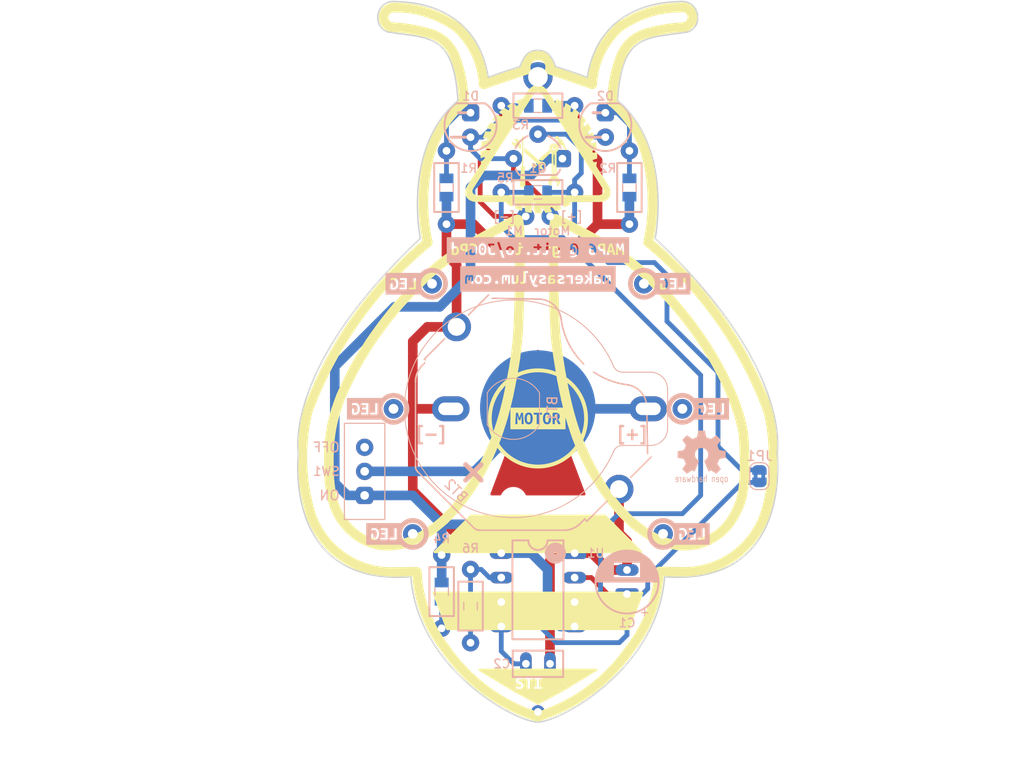
<source format=kicad_pcb>
(kicad_pcb (version 20210126) (generator pcbnew)
  (title_block (title "MAP6") (date "2021-08-18") (rev "1") (company "Maker's Asylum") (comment 1 "Learn to Solder Maker's Asylum Badge"))
  (layers (0 "F.Cu" signal) (31 "B.Cu" signal) (34 "B.Paste" user) (35 "F.Paste" user) (36 "B.SilkS" user "B.Silkscreen") (37 "F.SilkS" user "F.Silkscreen") (38 "B.Mask" user) (39 "F.Mask" user) (44 "Edge.Cuts" user))
  (net 0 "")
  (net 1 "/GND")
  (net 2 "/motor")
  (net 3 "Net-(BT1-Pad1)")
  (net 4 "Net-(C1-Pad1)")
  (net 5 "Net-(C2-Pad1)")
  (net 6 "Net-(D1-Pad1)")
  (net 7 "Net-(JP1-Pad2)")
  (net 8 "/6V")
  (net 9 "Net-(R4-Pad1)")
  (net 10 "Net-(R5-Pad2)")
  (net 11 "/left_eye")
  (net 12 "/right_eye")
  (footprint "map6_fp:MTG_2mm" (layer "F.Cu") (at 148.5 75.5)
    (fp_text reference "G2" hide)
    (fp_text value "Pin" hide)
    (pad "1" thru_hole circle (at 0 0) (size 3.048 3.048) (drill 2.036) (layers *.Cu *.Mask))
  )
  (footprint "map6_fp:motor_XDCR_C0720B001F" (layer "F.Cu") (at 148.5 90 180)
    (fp_text reference "M1" (at 2.5 -1.5 180) (layer "B.SilkS") (effects (font (size 0.9 0.9)) (justify mirror)))
    (fp_text value "Motor" (at -1.5 -1.5 180) (layer "B.SilkS") (effects (font (size 0.9 0.9)) (justify mirror)))
    (fp_text user "[-]" (at 3.5 0) (layer "B.SilkS") (effects (font (size 0.9 0.9)) (justify mirror)))
    (fp_text user "[+]" (at -3.5 0) (layer "B.SilkS") (effects (font (size 0.9 0.9)) (justify mirror)))
    (pad "1" thru_hole circle (at -1.27 0 180) (size 1.8 1.8) (drill 0.8) (layers *.Cu *.Mask) (net 6 "Net-(D1-Pad1)"))
    (pad "2" thru_hole circle (at 1.27 0 180) (size 1.8 1.8) (drill 0.8) (layers *.Cu *.Mask) (net 2 "/motor"))
  )
  (footprint "map6_fp:MA_LOGO" (layer "F.Cu") (at 148.5 83)
    (fp_text reference "G1" hide)
    (fp_text value "Logo_MA" hide)
  )
  (footprint "map6_fp:MTG_0mm8" (layer "F.Cu") (at 148.5 141.5)
    (fp_text reference "G9" hide)
    (fp_text value "STING" hide)
    (pad "1" thru_hole circle (at 0 0) (size 1.4 1.4) (drill 0.8) (layers *.Cu *.Mask))
  )
  (footprint "map6_fp:label_sting" (layer "F.Cu") (at 148.5 138.5)
    (fp_text reference "kibuzzard-611CE09C" hide)
    (fp_text value "G***" hide)
  )
  (footprint "label" (layer "F.Cu") (at 148.5 111)
    (fp_text reference "kibuzzard-612E1065" hide)
    (fp_text value "G***" hide)
  )
  (footprint "map6_fp:r_0805" (layer "B.Cu") (at 158 87 90)
    (fp_text reference "R2" (at 2 -2.25) (layer "B.SilkS") (effects (font (size 0.9 0.9)) (justify mirror)))
    (fp_text value "220E" hide)
    (pad "1" thru_hole circle (at -3.81 0 90) (size 1.8 1.8) (drill 0.8) (layers *.Cu *.Mask) (net 1 "/GND"))
    (pad "1" smd rect (at -0.95 0 90) (size 1 1.45) (layers "B.Cu" "B.Paste" "B.Mask") (net 1 "/GND"))
    (pad "2" thru_hole circle (at 3.81 0 90) (size 1.8 1.8) (drill 0.8) (layers *.Cu *.Mask) (net 12 "/right_eye"))
    (pad "2" smd rect (at 0.95 0 90) (size 1 1.45) (layers "B.Cu" "B.Paste" "B.Mask") (net 12 "/right_eye"))
  )
  (footprint "map6_fp:r_0805" (layer "B.Cu") (at 148.5 78.5 180)
    (fp_text reference "R3" (at 1.8 -2 180) (layer "B.SilkS") (effects (font (size 0.9 0.9)) (justify mirror)))
    (fp_text value "47E" hide)
    (pad "1" smd rect (at -0.95 0 180) (size 1 1.45) (layers "B.Cu" "B.Paste" "B.Mask") (net 1 "/GND"))
    (pad "1" thru_hole circle (at -3.81 0 180) (size 1.8 1.8) (drill 0.8) (layers *.Cu *.Mask) (net 1 "/GND"))
    (pad "2" smd rect (at 0.95 0 180) (size 1 1.45) (layers "B.Cu" "B.Paste" "B.Mask") (net 2 "/motor"))
    (pad "2" thru_hole circle (at 3.81 0 180) (size 1.8 1.8) (drill 0.8) (layers *.Cu *.Mask) (net 2 "/motor"))
  )
  (footprint "map6_fp:Logo_silk_OSHW_6x6mm" (layer "B.Cu") (at 165.5 114.5 180)
    (fp_text reference "G10" hide)
    (fp_text value "OPEN_HARDWARE_1" hide)
  )
  (footprint "map6_fp:CP_Radial_D6.3mm_P2.50mm" (layer "B.Cu") (at 157.75 129.25 90)
    (fp_text reference "C1" (at -3 0) (layer "B.SilkS") (effects (font (size 0.9 0.9)) (justify mirror)))
    (fp_text value "47uF/16V")
    (pad "1" thru_hole roundrect (at 0 0 90) (size 1.2 2.4) (drill 0.8) (layers *.Cu *.Mask) (net 4 "Net-(C1-Pad1)"))
    (pad "2" thru_hole oval (at 2.5 0 90) (size 1.2 2.4) (drill 0.8) (layers *.Cu *.Mask) (net 1 "/GND"))
  )
  (footprint "map6_fp:C_Disc_D5.0mm_W2.5mm_P2.50mm" (layer "B.Cu") (at 147.25 136.5)
    (fp_text reference "C2" (at -2.5 0) (layer "B.SilkS") (effects (font (size 0.9 0.9)) (justify mirror)))
    (fp_text value "10nF")
    (pad "1" thru_hole oval (at 0 0) (size 1.2 2.4) (drill 0.8) (layers *.Cu *.Mask) (net 5 "Net-(C2-Pad1)"))
    (pad "2" thru_hole oval (at 2.5 0) (size 1.2 2.4) (drill 0.8) (layers *.Cu *.Mask) (net 1 "/GND"))
  )
  (footprint "map6_fp:r_0805" (layer "B.Cu") (at 148.5 87.5 180)
    (fp_text reference "R5" (at 3.4 1.5) (layer "B.SilkS") (effects (font (size 0.9 0.9)) (justify mirror)))
    (fp_text value "33k" hide)
    (pad "1" thru_hole circle (at -3.81 0 180) (size 1.8 1.8) (drill 0.8) (layers *.Cu *.Mask) (net 7 "Net-(JP1-Pad2)"))
    (pad "1" smd rect (at -0.95 0 180) (size 1 1.45) (layers "B.Cu" "B.Paste" "B.Mask") (net 7 "Net-(JP1-Pad2)"))
    (pad "2" smd rect (at 0.95 0 180) (size 1 1.45) (layers "B.Cu" "B.Paste" "B.Mask") (net 10 "Net-(R5-Pad2)"))
    (pad "2" thru_hole circle (at 3.81 0 180) (size 1.8 1.8) (drill 0.8) (layers *.Cu *.Mask) (net 10 "Net-(R5-Pad2)"))
  )
  (footprint "map6_fp:DIP-8_W7.62mm" (layer "B.Cu") (at 152.31 125 180)
    (fp_text reference "U1" (at -2.19 0) (layer "B.SilkS") (effects (font (size 0.9 0.9)) (justify mirror)))
    (fp_text value "LM555")
    (pad "1" thru_hole roundrect (at 0 0 180) (size 2.4 1.2) (drill 0.8) (layers *.Cu *.Mask) (net 1 "/GND"))
    (pad "2" thru_hole oval (at 0 -2.54 180) (size 2.4 1.2) (drill 0.8) (layers *.Cu *.Mask) (net 4 "Net-(C1-Pad1)"))
    (pad "3" thru_hole oval (at 0 -5.08 180) (size 2.4 1.2) (drill 0.8) (layers *.Cu *.Mask) (net 10 "Net-(R5-Pad2)"))
    (pad "4" thru_hole oval (at 0 -7.62 180) (size 2.4 1.2) (drill 0.8) (layers *.Cu *.Mask) (net 8 "/6V"))
    (pad "5" thru_hole oval (at 7.62 -7.62 180) (size 2.4 1.2) (drill 0.8) (layers *.Cu *.Mask) (net 5 "Net-(C2-Pad1)"))
    (pad "6" thru_hole oval (at 7.62 -5.08 180) (size 2.4 1.2) (drill 0.8) (layers *.Cu *.Mask) (net 4 "Net-(C1-Pad1)"))
    (pad "7" thru_hole oval (at 7.62 -2.54 180) (size 2.4 1.2) (drill 0.8) (layers *.Cu *.Mask) (net 9 "Net-(R4-Pad1)"))
    (pad "8" thru_hole oval (at 7.62 0 180) (size 2.4 1.2) (drill 0.8) (layers *.Cu *.Mask) (net 8 "/6V"))
  )
  (footprint "map6_fp:LED-5MM_left" (layer "B.Cu") (at 141.5 80.5 90)
    (fp_text reference "D1" (at 3 0 180) (layer "B.SilkS") (effects (font (size 0.9 0.9)) (justify mirror)))
    (fp_text value "Red" hide)
    (pad "1" thru_hole circle (at -1.27 0 90) (size 1.8 1.8) (drill 0.8) (layers *.Cu *.Mask) (net 6 "Net-(D1-Pad1)"))
    (pad "2" thru_hole roundrect (at 1.27 0 90) (size 1.8 1.8) (drill 0.8) (layers *.Cu *.Mask) (net 11 "/left_eye"))
  )
  (footprint "map6_fp:LED-5MM_right" (layer "B.Cu") (at 155.5 80.5 90)
    (fp_text reference "D2" (at 3 0 180) (layer "B.SilkS") (effects (font (size 0.9 0.9)) (justify mirror)))
    (fp_text value "Red" hide)
    (pad "1" thru_hole circle (at -1.27 0 90) (size 1.8 1.8) (drill 0.8) (layers *.Cu *.Mask) (net 6 "Net-(D1-Pad1)"))
    (pad "2" thru_hole roundrect (at 1.27 0 90) (size 1.8 1.8) (drill 0.8) (layers *.Cu *.Mask) (net 12 "/right_eye"))
  )
  (footprint "map6_fp:TO-92L_Wide" (layer "B.Cu") (at 148.5 84 180)
    (fp_text reference "Q1" (at 0 -1) (layer "B.SilkS") (effects (font (size 0.9 0.9)) (justify mirror)))
    (fp_text value "BC547")
    (pad "1" thru_hole roundrect (at -2.54 0 180) (size 1.8 1.8) (drill 0.8) (layers *.Cu *.Mask) (net 8 "/6V"))
    (pad "2" thru_hole circle (at 0 2.54 180) (size 1.8 1.8) (drill 0.8) (layers *.Cu *.Mask) (net 7 "Net-(JP1-Pad2)"))
    (pad "3" thru_hole circle (at 2.54 0 180) (size 1.8 1.8) (drill 0.8) (layers *.Cu *.Mask) (net 6 "Net-(D1-Pad1)"))
  )
  (footprint "map6_fp:MTG_1mm" (layer "B.Cu") (at 135.5 123)
    (fp_text reference "G3" hide)
    (fp_text value "LEG" hide)
    (pad "1" thru_hole circle (at 0 0) (size 2.036 2.036) (drill 1.018) (layers *.Cu *.Mask))
  )
  (footprint "map6_fp:MTG_1mm" (layer "B.Cu") (at 137.5 97)
    (fp_text reference "G4" hide)
    (fp_text value "LEG" hide)
    (pad "1" thru_hole circle (at 0 0) (size 2.036 2.036) (drill 1.018) (layers *.Cu *.Mask))
  )
  (footprint "map6_fp:MTG_1mm" (layer "B.Cu") (at 161.5 123)
    (fp_text reference "G5" hide)
    (fp_text value "LEG" hide)
    (pad "1" thru_hole circle (at 0 0) (size 2.036 2.036) (drill 1.018) (layers *.Cu *.Mask))
  )
  (footprint "map6_fp:MTG_1mm" (layer "B.Cu") (at 159.5 97)
    (fp_text reference "G6" hide)
    (fp_text value "LEG" hide)
    (pad "1" thru_hole circle (at 0 0) (size 2.036 2.036) (drill 1.018) (layers *.Cu *.Mask))
  )
  (footprint "map6_fp:MTG_1mm" (layer "B.Cu") (at 133.5 110)
    (fp_text reference "G7" hide)
    (fp_text value "LEG" hide)
    (pad "1" thru_hole circle (at 0 0) (size 2.036 2.036) (drill 1.018) (layers *.Cu *.Mask))
  )
  (footprint "map6_fp:MTG_1mm" (layer "B.Cu") (at 163.5 110)
    (fp_text reference "G8" hide)
    (fp_text value "LEG" hide)
    (pad "1" thru_hole circle (at 0 0) (size 2.036 2.036) (drill 1.018) (layers *.Cu *.Mask))
  )
  (footprint "map6_fp:SolderJumper-2_P1.3mm_Bridged2Bar_RoundedPad1.0x1.5mm" (layer "B.Cu") (at 171.5 117 90)
    (fp_text reference "JP1" (at 2.1 0) (layer "B.SilkS") (effects (justify mirror)))
    (fp_text value "Jumper")
    (fp_poly (pts (xy -0.25 0.6) (xy 0.25 0.6) (xy 0.25 0.2) (xy -0.25 0.2)) (layer "B.Cu") (width 0) (fill solid))
    (fp_poly (pts (xy -0.25 -0.2) (xy 0.25 -0.2) (xy 0.25 -0.6) (xy -0.25 -0.6)) (layer "B.Cu") (width 0) (fill solid))
    (pad "1" smd custom (at -0.65 0 90) (size 1 0.5) (layers "B.Cu" "B.Mask") (net 4 "Net-(C1-Pad1)") (options (clearance outline) (anchor rect)) (primitives (gr_circle (center 0 -0.25) (end 0.5 -0.25) (width 0) (fill yes)) (gr_circle (center 0 0.25) (end 0.5 0.25) (width 0) (fill yes)) (gr_poly (pts (xy 0.5 -0.75) (xy 0.5 0.75) (xy 0 0.75) (xy 0 -0.75)) (width 0) (fill yes))))
    (pad "2" smd custom (at 0.65 0 90) (size 1 0.5) (layers "B.Cu" "B.Mask") (net 7 "Net-(JP1-Pad2)") (options (clearance outline) (anchor rect)) (primitives (gr_circle (center 0 -0.25) (end 0.5 -0.25) (width 0) (fill yes)) (gr_circle (center 0 0.25) (end 0.5 0.25) (width 0) (fill yes)) (gr_poly (pts (xy -0.5 -0.75) (xy -0.5 0.75) (xy 0 0.75) (xy 0 -0.75)) (width 0) (fill yes))))
  )
  (footprint "map6_fp:label_URL" (layer "B.Cu") (at 148.5 93.5 180)
    (fp_text reference "kibuzzard-611CF906" hide)
    (fp_text value "G***" hide)
  )
  (footprint "map6_fp:r_0805" (layer "B.Cu") (at 139 87 90)
    (fp_text reference "R1" (at 2 2.3) (layer "B.SilkS") (effects (font (size 0.9 0.9)) (justify mirror)))
    (fp_text value "220E" hide)
    (pad "1" smd rect (at -0.95 0 90) (size 1 1.45) (layers "B.Cu" "B.Paste" "B.Mask") (net 1 "/GND"))
    (pad "1" thru_hole circle (at -3.81 0 90) (size 1.8 1.8) (drill 0.8) (layers *.Cu *.Mask) (net 1 "/GND"))
    (pad "2" thru_hole circle (at 3.81 0 90) (size 1.8 1.8) (drill 0.8) (layers *.Cu *.Mask) (net 11 "/left_eye"))
    (pad "2" smd rect (at 0.95 0 90) (size 1 1.45) (layers "B.Cu" "B.Paste" "B.Mask") (net 11 "/left_eye"))
  )
  (footprint "map6_fp:label_website" (layer "B.Cu") (at 148.5 96.5 180)
    (fp_text reference "kibuzzard-611CD92E" hide)
    (fp_text value "G***" hide)
  )
  (footprint "map6_fp:label_LEG" (layer "B.Cu") (at 162.5 97 180)
    (fp_text reference "kibuzzard-611CDC95" hide)
    (fp_text value "G***" hide)
  )
  (footprint "map6_fp:label_LEG" (layer "B.Cu") (at 134.5 97 180)
    (fp_text reference "kibuzzard-611CDC95" hide)
    (fp_text value "G***" hide)
  )
  (footprint "map6_fp:label_LEG" (layer "B.Cu") (at 166.5 110 180)
    (fp_text reference "kibuzzard-611CDC95" hide)
    (fp_text value "G***" hide)
  )
  (footprint "map6_fp:label_LEG" (layer "B.Cu") (at 130.5 110 180)
    (fp_text reference "kibuzzard-611CDC95" hide)
    (fp_text value "G***" hide)
  )
  (footprint "map6_fp:label_LEG" (layer "B.Cu") (at 164.5 123 180)
    (fp_text reference "kibuzzard-611CDC95" hide)
    (fp_text value "G***" hide)
  )
  (footprint "map6_fp:label_LEG" (layer "B.Cu") (at 132.5 123 180)
    (fp_text reference "kibuzzard-611CDC95" hide)
    (fp_text value "G***" hide)
  )
  (footprint "map6_fp:r_0805" (layer "B.Cu") (at 141.5 130.5 90)
    (fp_text reference "R6" (at 6 0 180) (layer "B.SilkS") (effects (font (size 0.9 0.9)) (justify mirror)))
    (fp_text value "10k" hide)
    (pad "1" smd rect (at -0.95 0 90) (size 1 1.45) (layers "B.Cu" "B.Paste" "B.Mask") (net 4 "Net-(C1-Pad1)"))
    (pad "1" thru_hole circle (at -3.81 0 90) (size 1.8 1.8) (drill 0.8) (layers *.Cu *.Mask) (net 4 "Net-(C1-Pad1)"))
    (pad "2" smd rect (at 0.95 0 90) (size 1 1.45) (layers "B.Cu" "B.Paste" "B.Mask") (net 9 "Net-(R4-Pad1)"))
    (pad "2" thru_hole circle (at 3.81 0 90) (size 1.8 1.8) (drill 0.8) (layers *.Cu *.Mask) (net 9 "Net-(R4-Pad1)"))
  )
  (footprint "map6_fp:r_0805" (layer "B.Cu") (at 138.5 129 90)
    (fp_text reference "R4" (at 5.5 0 180) (layer "B.SilkS") (effects (font (size 0.9 0.9)) (justify mirror)))
    (fp_text value "1k" hide)
    (pad "1" thru_hole circle (at -3.81 0 90) (size 1.8 1.8) (drill 0.8) (layers *.Cu *.Mask) (net 9 "Net-(R4-Pad1)"))
    (pad "1" smd rect (at -0.95 0 90) (size 1 1.45) (layers "B.Cu" "B.Paste" "B.Mask") (net 9 "Net-(R4-Pad1)"))
    (pad "2" smd rect (at 0.95 0 90) (size 1 1.45) (layers "B.Cu" "B.Paste" "B.Mask") (net 8 "/6V"))
    (pad "2" thru_hole circle (at 3.81 0 90) (size 1.8 1.8) (drill 0.8) (layers *.Cu *.Mask) (net 8 "/6V"))
  )
  (footprint "map6_fp:cr2032_03" (layer "B.Cu") (at 147.5 110 -90)
    (fp_text reference "BT1" (at 0 -2.5 90) (layer "B.SilkS") (effects (justify mirror)))
    (fp_text value "BAT" hide)
    (pad "" np_thru_hole circle (at -4.762 9.799 270) (size 1.8 1.8) (drill 1.8) (layers *.Cu *.Mask))
    (pad "" np_thru_hole circle (at 9.525 1.55 270) (size 1.8 1.8) (drill 1.8) (layers *.Cu *.Mask))
    (pad "" np_thru_hole circle (at -4.762 -6.699 270) (size 1.8 1.8) (drill 1.8) (layers *.Cu *.Mask))
    (pad "1" thru_hole oval (at 0 -12.45 270) (size 2.6 3.9) (drill oval 1.3 2.6) (layers *.Cu *.Mask) (net 3 "Net-(BT1-Pad1)"))
    (pad "2" thru_hole oval (at 0 8.05 270) (size 2.6 3.9) (drill oval 1.3 2.6) (layers *.Cu *.Mask) (net 1 "/GND"))
  )
  (footprint "map6_fp:cr2032_04_3025-2" (layer "B.Cu") (at 146.9 111.5 135)
    (fp_text reference "BT2" (at -0.070711 -9.828784 135) (layer "B.SilkS") (effects (justify mirror)))
    (fp_text value "BAT" hide)
    (fp_text user "+" (at 0 -6.999999 135) (layer "B.SilkS") (effects (font (size 3 3) (thickness 0.5)) (justify mirror)))
    (pad "1" smd circle (at 0 2.24 135) (size 12 12) (layers "B.Cu" "B.Paste" "B.Mask") (net 3 "Net-(BT1-Pad1)"))
    (pad "2" thru_hole circle (at -11.925 2.24 135) (size 3 3) (drill 1.85) (layers *.Cu *.Mask) (net 1 "/GND"))
    (pad "2" thru_hole circle (at 11.925 2.24 135) (size 3 3) (drill 1.85) (layers *.Cu *.Mask) (net 1 "/GND"))
  )
  (footprint "map6_fp:SW_SPDT_Straight" (layer "B.Cu") (at 130.5 116.5 90)
    (fp_text reference "SW1" (at 0 -2.5) (layer "B.SilkS") (effects (font (size 0.9 0.9)) (justify left mirror)))
    (fp_text value "On")
    (fp_text user "OFF" (at 2.5 -2.5 180) (layer "B.SilkS") (effects (justify left mirror)))
    (fp_text user "ON" (at -2.5 -2.5 180) (layer "B.SilkS") (effects (justify left mirror)))
    (pad "1" thru_hole roundrect (at -2.5 0 90) (size 1.8 1.8) (drill 0.9) (layers *.Cu *.Mask) (net 8 "/6V"))
    (pad "2" thru_hole circle (at 0 0 90) (size 1.8 1.8) (drill 0.9) (layers *.Cu *.Mask) (net 3 "Net-(BT1-Pad1)"))
    (pad "3" thru_hole circle (at 2.5 0 90) (size 1.8 1.8) (drill 0.9) (layers *.Cu *.Mask))
  )
  (gr_circle (center 161.5 123) (end 162.9 123) (layer "B.SilkS") (width 0.5) (fill none))
  (gr_circle (center 163.5 110) (end 164.9 110) (layer "B.SilkS") (width 0.5) (fill none))
  (gr_circle (center 159.5 97) (end 160.9 97) (layer "B.SilkS") (width 0.5) (fill none))
  (gr_circle (center 137.5 97) (end 138.9 97) (layer "B.SilkS") (width 0.5) (fill none))
  (gr_circle (center 133.5 110) (end 134.9 110) (layer "B.SilkS") (width 0.5) (fill none))
  (gr_circle (center 135.5 123) (end 136.9 123) (layer "B.SilkS") (width 0.5) (fill none))
  (gr_arc (start 140.857927 88.515495) (end 159.946143 92.68637) (angle -23.9) (layer "F.SilkS") (width 1))
  (gr_arc (start 133.308947 118.08406) (end 133.579082 126.962836) (angle 71) (layer "F.SilkS") (width 1))
  (gr_arc (start 148.110606 86.73774) (end 137.010605 84.637737) (angle 38.71442858) (layer "F.SilkS") (width 1))
  (gr_line (start 147.249998 74.775246) (end 142.859599 76.270987) (layer "F.SilkS") (width 1))
  (gr_arc (start 148.5 74.525245) (end 147.249998 74.775246) (angle 101.3) (layer "F.SilkS") (width 1))
  (gr_arc (start 144.49145 115.023183) (end 124.99145 121.223183) (angle 31.2) (layer "F.SilkS") (width 1))
  (gr_arc (start 156.142071 88.540738) (end 137.053856 92.711617) (angle 23.9) (layer "F.SilkS") (width 1))
  (gr_line (start 133.579082 126.962836) (end 135.800001 126.925247) (layer "F.SilkS") (width 1))
  (gr_arc (start 154.007409 124.520145) (end 148.5 142.020142) (angle 38) (layer "F.SilkS") (width 1))
  (gr_arc (start 133.5 69.325245) (end 133.25 70.325244) (angle 180) (layer "F.SilkS") (width 1))
  (gr_arc (start 163.411468 124.639137) (end 124.6 110.225245) (angle 30.1) (layer "F.SilkS") (width 1))
  (gr_arc (start 149.8 126.325245) (end 138.900002 134.925245) (angle 35.7) (layer "F.SilkS") (width 1))
  (gr_arc (start 134.3 76.7) (end 142.859599 76.270987) (angle -47.15977511) (layer "F.SilkS") (width 1))
  (gr_arc (start 132.436407 87.770685) (end 137.098138 70.939951) (angle -12.81138841) (layer "F.SilkS") (width 1))
  (gr_arc (start 136.195343 74.751751) (end 139.797205 73.2118) (angle -53.52667261) (layer "F.SilkS") (width 1))
  (gr_arc (start 127.528219 78.247266) (end 140.796914 78.132191) (angle -21.86000138) (layer "F.SilkS") (width 1))
  (gr_arc (start 160.804657 74.751751) (end 157.202795 73.211798) (angle 53.5) (layer "F.SilkS") (width 1))
  (gr_arc (start 164.563592 87.770686) (end 159.901861 70.939949) (angle 12.8) (layer "F.SilkS") (width 1))
  (gr_arc (start 162.7 76.7) (end 154.140402 76.270988) (angle 47.2) (layer "F.SilkS") (width 1))
  (gr_arc (start 169.471782 78.247268) (end 156.203086 78.132191) (angle 21.9) (layer "F.SilkS") (width 1))
  (gr_arc (start 163.3 79.149155) (end 157.194422 70.181096) (angle 34.2) (layer "F.SilkS") (width 1))
  (gr_curve (pts (xy 128.911388 122.491499) (xy 129.189484 122.766749) (xy 129.621001 123.125669) (xy 129.870313 123.289099)) (layer "F.SilkS") (width 1))
  (gr_curve (pts (xy 150.170228 91.2716) (xy 150.133338 91.811136) (xy 150.102909 93.095465) (xy 150.102609 94.125664)) (layer "F.SilkS") (width 1))
  (gr_curve (pts (xy 159.741636 122.899589) (xy 160.105176 123.136209) (xy 160.632936 123.433139) (xy 160.914417 123.559429)) (layer "F.SilkS") (width 1))
  (gr_curve (pts (xy 159.350647 95.772661) (xy 158.949857 95.428328) (xy 158.345717 94.938334) (xy 158.008096 94.683785)) (layer "F.SilkS") (width 1))
  (gr_arc (start 133.7 79.149155) (end 139.805578 70.181096) (angle -34.24757274) (layer "F.SilkS") (width 1))
  (gr_curve (pts (xy 130.862457 123.812639) (xy 131.158822 123.937159) (xy 131.642913 124.085299) (xy 131.938213 124.141849)) (layer "F.SilkS") (width 1))
  (gr_poly (pts (xy 148.5 140.7) (xy 145.9 139.3) (xy 151.1 139.3)) (layer "F.SilkS") (width 0.1) (fill solid))
  (gr_arc (start 163.5 69.3) (end 163.749999 70.3) (angle -180) (layer "F.SilkS") (width 1))
  (gr_curve (pts (xy 132.363121 101.273955) (xy 131.953567 101.820595) (xy 131.378288 102.629076) (xy 131.084725 103.070597)) (layer "F.SilkS") (width 1))
  (gr_curve (pts (xy 169.438688 110.836056) (xy 169.309299 110.376536) (xy 169.012068 109.516446) (xy 168.778177 108.924737)) (layer "F.SilkS") (width 1))
  (gr_curve (pts (xy 131.938213 124.141849) (xy 132.260449 124.203549) (xy 132.765521 124.231249) (xy 133.201423 124.211149)) (layer "F.SilkS") (width 1))
  (gr_curve (pts (xy 158.008096 94.683785) (xy 157.670485 94.429235) (xy 156.999616 93.962319) (xy 156.517276 93.646195)) (layer "F.SilkS") (width 1))
  (gr_line (start 134.53655 124.020629) (end 134.53655 124.020629) (layer "F.SilkS") (width 1))
  (gr_curve (pts (xy 143.398193 114.852978) (xy 143.602565 114.416248) (xy 143.940112 113.607758) (xy 144.148299 113.056346)) (layer "F.SilkS") (width 1))
  (gr_curve (pts (xy 138.198546 95.103423) (xy 137.741798 95.468134) (xy 136.763437 96.369237) (xy 136.024411 97.105872)) (layer "F.SilkS") (width 1))
  (gr_curve (pts (xy 127.092495 111.824417) (xy 127.005964 112.286957) (xy 126.900123 113.021677) (xy 126.857288 113.457138)) (layer "F.SilkS") (width 1))
  (gr_curve (pts (xy 167.373748 122.926279) (xy 167.645968 122.704919) (xy 168.051568 122.301089) (xy 168.275078 122.028869)) (layer "F.SilkS") (width 1))
  (gr_curve (pts (xy 168.275078 122.028869) (xy 168.498587 121.756649) (xy 168.868468 121.155489) (xy 169.097037 120.692948)) (layer "F.SilkS") (width 1))
  (gr_curve (pts (xy 161.935386 123.943049) (xy 162.215437 124.027749) (xy 162.650987 124.129069) (xy 162.903277 124.168209)) (layer "F.SilkS") (width 1))
  (gr_curve (pts (xy 152.511254 112.829477) (xy 152.701284 113.353728) (xy 153.025656 114.150548) (xy 153.232075 114.600188)) (layer "F.SilkS") (width 1))
  (gr_curve (pts (xy 153.232075 114.600188) (xy 153.438496 115.049828) (xy 153.819355 115.813358) (xy 154.078436 116.296928)) (layer "F.SilkS") (width 1))
  (gr_curve (pts (xy 161.024227 97.345526) (xy 160.504547 96.824783) (xy 159.751427 96.116993) (xy 159.350647 95.772661)) (layer "F.SilkS") (width 1))
  (gr_arc (start 142.99259 124.494897) (end 148.5 141.994897) (angle -38) (layer "F.SilkS") (width 1))
  (gr_arc (start 152.50855 114.997938) (end 172.00855 121.197938) (angle -31.2) (layer "F.SilkS") (width 1))
  (gr_curve (pts (xy 126.857288 113.457138) (xy 126.814459 113.892588) (xy 126.780008 114.838688) (xy 126.780728 115.559577)) (layer "F.SilkS") (width 1))
  (gr_curve (pts (xy 150.98777 106.931476) (xy 151.094462 107.520166) (xy 151.280484 108.438237) (xy 151.401154 108.971637)) (layer "F.SilkS") (width 1))
  (gr_curve (pts (xy 151.947244 91.047967) (xy 151.051393 90.586813) (xy 150.30017 90.227757) (xy 150.277863 90.250065)) (layer "F.SilkS") (width 1))
  (gr_curve (pts (xy 144.62916 91.15488) (xy 143.663099 91.663286) (xy 142.396934 92.351374) (xy 141.815461 92.683965)) (layer "F.SilkS") (width 1))
  (gr_curve (pts (xy 162.903277 124.168209) (xy 163.155577 124.207309) (xy 163.645446 124.225809) (xy 163.991878 124.209209)) (layer "F.SilkS") (width 1))
  (gr_curve (pts (xy 164.103417 100.864877) (xy 163.717427 100.365859) (xy 163.079307 99.582891) (xy 162.685367 99.124952)) (layer "F.SilkS") (width 1))
  (gr_curve (pts (xy 131.084725 103.070597) (xy 130.79116 103.512107) (xy 130.321558 104.260946) (xy 130.041166 104.734677)) (layer "F.SilkS") (width 1))
  (gr_curve (pts (xy 146.158011 104.693197) (xy 146.222671 104.261086) (xy 146.327021 103.366586) (xy 146.389895 102.705427)) (layer "F.SilkS") (width 1))
  (gr_arc (start 148.5 74.5) (end 149.75 74.75) (angle -101.3) (layer "F.SilkS") (width 1))
  (gr_curve (pts (xy 141.493591 118.246438) (xy 141.886211 117.657748) (xy 142.391757 116.832058) (xy 142.617026 116.411567)) (layer "F.SilkS") (width 1))
  (gr_curve (pts (xy 151.893145 110.908876) (xy 152.043064 111.440947) (xy 152.321214 112.305216) (xy 152.511254 112.829477)) (layer "F.SilkS") (width 1))
  (gr_curve (pts (xy 169.954479 114.772298) (xy 169.928879 113.633008) (xy 169.869979 112.732457) (xy 169.793999 112.321387)) (layer "F.SilkS") (width 1))
  (gr_line (start 149.75 74.75) (end 154.140402 76.270988) (layer "F.SilkS") (width 1))
  (gr_curve (pts (xy 154.608176 92.478927) (xy 154.040516 92.153054) (xy 152.843095 91.509122) (xy 151.947244 91.047967)) (layer "F.SilkS") (width 1))
  (gr_curve (pts (xy 138.791697 121.499759) (xy 139.162018 121.158238) (xy 139.760823 120.527359) (xy 140.122373 120.097788)) (layer "F.SilkS") (width 1))
  (gr_curve (pts (xy 169.097037 120.692948) (xy 169.341139 120.198979) (xy 169.576009 119.583959) (xy 169.666238 119.202459)) (layer "F.SilkS") (width 1))
  (gr_curve (pts (xy 142.617026 116.411567) (xy 142.842294 115.991088) (xy 143.19382 115.289718) (xy 143.398193 114.852978)) (layer "F.SilkS") (width 1))
  (gr_curve (pts (xy 155.180565 118.131788) (xy 155.527666 118.657398) (xy 156.048015 119.379878) (xy 156.336905 119.737289)) (layer "F.SilkS") (width 1))
  (gr_curve (pts (xy 169.793999 112.321387) (xy 169.727998 111.963967) (xy 169.568089 111.295566) (xy 169.438688 110.836056)) (layer "F.SilkS") (width 1))
  (gr_curve (pts (xy 128.021329 121.402169) (xy 128.232765 121.726059) (xy 128.633291 122.216259) (xy 128.911388 122.491499)) (layer "F.SilkS") (width 1))
  (gr_curve (pts (xy 165.486758 102.784557) (xy 165.111908 102.227756) (xy 164.489398 101.363895) (xy 164.103417 100.864877)) (layer "F.SilkS") (width 1))
  (gr_curve (pts (xy 168.778177 108.924737) (xy 168.544288 108.333027) (xy 168.099348 107.340386) (xy 167.789417 106.718876)) (layer "F.SilkS") (width 1))
  (gr_curve (pts (xy 150.172008 98.685601) (xy 150.210478 100.163368) (xy 150.28029 101.814746) (xy 150.327148 102.355326)) (layer "F.SilkS") (width 1))
  (gr_curve (pts (xy 146.389895 102.705427) (xy 146.455274 102.017936) (xy 146.541686 99.703198) (xy 146.591754 97.298418)) (layer "F.SilkS") (width 1))
  (gr_curve (pts (xy 163.991878 124.209209) (xy 164.338318 124.192609) (xy 164.854377 124.122809) (xy 165.138668 124.053939)) (layer "F.SilkS") (width 1))
  (gr_curve (pts (xy 139.893618 93.864492) (xy 139.418077 94.18119) (xy 138.655295 94.738709) (xy 138.198546 95.103423)) (layer "F.SilkS") (width 1))
  (gr_line (start 163.420917 126.937593) (end 161.2 126.9) (layer "F.SilkS") (width 1))
  (gr_curve (pts (xy 130.041166 104.734677) (xy 129.760775 105.208406) (xy 129.260449 106.137306) (xy 128.929333 106.798895)) (layer "F.SilkS") (width 1))
  (gr_curve (pts (xy 145.422606 108.689857) (xy 145.55062 108.101177) (xy 145.742004 107.137866) (xy 145.847902 106.549185)) (layer "F.SilkS") (width 1))
  (gr_curve (pts (xy 127.407942 120.179708) (xy 127.533868 120.528168) (xy 127.809892 121.078278) (xy 128.021329 121.402169)) (layer "F.SilkS") (width 1))
  (gr_curve (pts (xy 134.536554 124.020659) (xy 134.87141 123.934259) (xy 135.52508 123.679759) (xy 135.989154 123.455059)) (layer "F.SilkS") (width 1))
  (gr_curve (pts (xy 169.666238 119.202459) (xy 169.750739 118.845229) (xy 169.859249 118.107548) (xy 169.907379 117.563158)) (layer "F.SilkS") (width 1))
  (gr_circle (center 148.5 111) (end 153.5 111) (layer "F.SilkS") (width 0.4) (fill none))
  (gr_curve (pts (xy 156.517276 93.646195) (xy 156.034936 93.330071) (xy 155.175835 92.8048) (xy 154.608176 92.478927)) (layer "F.SilkS") (width 1))
  (gr_curve (pts (xy 129.870313 123.289099) (xy 130.119625 123.452529) (xy 130.566089 123.688119) (xy 130.862457 123.812639)) (layer "F.SilkS") (width 1))
  (gr_curve (pts (xy 157.395516 120.948689) (xy 157.688865 121.257539) (xy 158.188026 121.726049) (xy 158.504767 121.989809)) (layer "F.SilkS") (width 1))
  (gr_curve (pts (xy 166.697108 104.692876) (xy 166.406267 104.200097) (xy 165.861607 103.341356) (xy 165.486758 102.784557)) (layer "F.SilkS") (width 1))
  (gr_curve (pts (xy 146.458602 90.360887) (xy 146.394222 90.245852) (xy 146.1789 90.339307) (xy 144.62916 91.15488)) (layer "F.SilkS") (width 1))
  (gr_curve (pts (xy 136.024411 97.105872) (xy 135.285385 97.842506) (xy 134.326811 98.858052) (xy 133.894246 99.362638)) (layer "F.SilkS") (width 1))
  (gr_curve (pts (xy 126.857308 117.596588) (xy 126.898698 117.996058) (xy 126.988008 118.598118) (xy 127.055774 118.934508)) (layer "F.SilkS") (width 1))
  (gr_curve (pts (xy 160.914417 123.559429) (xy 161.195906 123.685729) (xy 161.655346 123.858359) (xy 161.935386 123.943049)) (layer "F.SilkS") (width 1))
  (gr_curve (pts (xy 167.789417 106.718876) (xy 167.479498 106.097355) (xy 166.987958 105.185657) (xy 166.697108 104.692876)) (layer "F.SilkS") (width 1))
  (gr_curve (pts (xy 150.277863 90.250065) (xy 150.255552 90.272375) (xy 150.207122 90.732065) (xy 150.170228 91.2716)) (layer "F.SilkS") (width 1))
  (gr_curve (pts (xy 151.401154 108.971637) (xy 151.521824 109.505046) (xy 151.743214 110.376797) (xy 151.893145 110.908876)) (layer "F.SilkS") (width 1))
  (gr_curve (pts (xy 150.603065 104.599677) (xy 150.707961 105.293476) (xy 150.881078 106.342795) (xy 150.98777 106.931476)) (layer "F.SilkS") (width 1))
  (gr_curve (pts (xy 146.591754 97.298418) (xy 146.650463 94.478614) (xy 146.654963 92.664933) (xy 146.605434 91.792396)) (layer "F.SilkS") (width 1))
  (gr_curve (pts (xy 127.520725 110.142457) (xy 127.371726 110.604996) (xy 127.179022 111.361877) (xy 127.092495 111.824417)) (layer "F.SilkS") (width 1))
  (gr_curve (pts (xy 141.815461 92.683965) (xy 141.233987 93.016555) (xy 140.369159 93.547793) (xy 139.893618 93.864492)) (layer "F.SilkS") (width 1))
  (gr_curve (pts (xy 165.138658 124.053959) (xy 165.422958 123.985159) (xy 165.930788 123.793799) (xy 166.267178 123.628779)) (layer "F.SilkS") (width 1))
  (gr_arc (start 148.889394 86.712493) (end 159.989394 84.612493) (angle -39) (layer "F.SilkS") (width 1))
  (gr_curve (pts (xy 162.685367 99.124952) (xy 162.291426 98.66701) (xy 161.543917 97.86627) (xy 161.024227 97.345526)) (layer "F.SilkS") (width 1))
  (gr_arc (start 147.2 126.3) (end 158.1 134.9) (angle -35.7) (layer "F.SilkS") (width 1))
  (gr_curve (pts (xy 128.929333 106.798895) (xy 128.598216 107.460486) (xy 128.206776 108.294217) (xy 128.059467 108.651637)) (layer "F.SilkS") (width 1))
  (gr_curve (pts (xy 126.780728 115.559577) (xy 126.781455 116.280467) (xy 126.815918 117.197128) (xy 126.857308 117.596588)) (layer "F.SilkS") (width 1))
  (gr_curve (pts (xy 137.475655 122.583599) (xy 137.829156 122.329009) (xy 138.421375 121.841279) (xy 138.791697 121.499759)) (layer "F.SilkS") (width 1))
  (gr_curve (pts (xy 146.605434 91.792396) (xy 146.564804 91.076775) (xy 146.498734 90.432596) (xy 146.458602 90.360887)) (layer "F.SilkS") (width 1))
  (gr_curve (pts (xy 156.336905 119.737289) (xy 156.625785 120.094709) (xy 157.102165 120.639838) (xy 157.395516 120.948689)) (layer "F.SilkS") (width 1))
  (gr_curve (pts (xy 127.055774 118.934508) (xy 127.123544 119.270899) (xy 127.282015 119.831239) (xy 127.407942 120.179708)) (layer "F.SilkS") (width 1))
  (gr_curve (pts (xy 135.989154 123.455059) (xy 136.453229 123.230349) (xy 137.122154 122.838199) (xy 137.475655 122.583599)) (layer "F.SilkS") (width 1))
  (gr_curve (pts (xy 154.078436 116.296928) (xy 154.337516 116.780487) (xy 154.833475 117.606178) (xy 155.180565 118.131788)) (layer "F.SilkS") (width 1))
  (gr_curve (pts (xy 150.327148 102.355326) (xy 150.374009 102.895906) (xy 150.49817 103.905867) (xy 150.603065 104.599677)) (layer "F.SilkS") (width 1))
  (gr_curve (pts (xy 150.102609 94.125664) (xy 150.102302 95.155863) (xy 150.133538 97.207836) (xy 150.172008 98.685601)) (layer "F.SilkS") (width 1))
  (gr_curve (pts (xy 133.894246 99.362638) (xy 133.461681 99.867227) (xy 132.772674 100.727317) (xy 132.363121 101.273955)) (layer "F.SilkS") (width 1))
  (gr_curve (pts (xy 158.504767 121.989809) (xy 158.821506 122.253568) (xy 159.378096 122.662969) (xy 159.741636 122.899589)) (layer "F.SilkS") (width 1))
  (gr_curve (pts (xy 140.122373 120.097788) (xy 140.483925 119.668229) (xy 141.100972 118.835118) (xy 141.493591 118.246438)) (layer "F.SilkS") (width 1))
  (gr_curve (pts (xy 144.148299 113.056346) (xy 144.356484 112.504926) (xy 144.676001 111.537717) (xy 144.858336 110.906987)) (layer "F.SilkS") (width 1))
  (gr_curve (pts (xy 144.858336 110.906987) (xy 145.04067 110.276246) (xy 145.294592 109.278547) (xy 145.422606 108.689857)) (layer "F.SilkS") (width 1))
  (gr_line (start 165.138668 124.053939) (end 165.138668 124.053939) (layer "F.SilkS") (width 1))
  (gr_curve (pts (xy 169.907379 117.563158) (xy 169.959978 116.967828) (xy 169.978779 115.855598) (xy 169.954479 114.772298)) (layer "F.SilkS") (width 1))
  (gr_curve (pts (xy 133.201423 124.211149) (xy 133.600888 124.192749) (xy 134.201695 124.107009) (xy 134.53655 124.020629)) (layer "F.SilkS") (width 1))
  (gr_arc (start 163.691051 118.058815) (end 163.420917 126.937593) (angle -71) (layer "F.SilkS") (width 1))
  (gr_curve (pts (xy 145.847902 106.549185) (xy 145.953801 105.960496) (xy 146.093349 105.125307) (xy 146.158011 104.693197)) (layer "F.SilkS") (width 1))
  (gr_arc (start 133.588532 124.613892) (end 172.4 110.2) (angle -30.1) (layer "F.SilkS") (width 1))
  (gr_curve (pts (xy 166.267178 123.628779) (xy 166.603568 123.463759) (xy 167.101528 123.147629) (xy 167.373748 122.926279)) (layer "F.SilkS") (width 1))
  (gr_curve (pts (xy 128.059467 108.651637) (xy 127.912158 109.009047) (xy 127.669725 109.679917) (xy 127.520725 110.142457)) (layer "F.SilkS") (width 1))
  (gr_curve (pts (xy 161.663083 127.4561) (xy 175.071391 128.479456) (xy 173.335769 114.624808) (xy 173.335769 114.624808)) (layer "Edge.Cuts") (width 0.15))
  (gr_curve (pts (xy 164.007362 70.844287) (xy 164.890804 70.582773) (xy 165.23295 69.737236) (xy 165.050305 68.944172)) (layer "Edge.Cuts") (width 0.15))
  (gr_curve (pts (xy 133.652914 67.662561) (xy 134.096652 67.74616) (xy 142.018306 67.325372) (xy 143.337376 75.555562)) (layer "Edge.Cuts") (width 0.15))
  (gr_curve (pts (xy 148.47967 142.55685) (xy 146.215496 142.55685) (xy 136.026205 137.099637) (xy 135.296262 127.4561)) (layer "Edge.Cuts") (width 0.15))
  (gr_curve (pts (xy 146.624388 74.434502) (xy 147.201063 72.925697) (xy 147.694487 72.791263) (xy 148.47967 72.729056)) (layer "Edge.Cuts") (width 0.15))
  (gr_curve (pts (xy 163.306431 67.662561) (xy 162.862693 67.74616) (xy 154.941036 67.325372) (xy 153.621966 75.555562)) (layer "Edge.Cuts") (width 0.15))
  (gr_curve (pts (xy 131.90904 68.944172) (xy 132.088994 68.162795) (xy 132.689545 67.615353) (xy 133.652914 67.662561)) (layer "Edge.Cuts") (width 0.15))
  (gr_curve (pts (xy 156.771293 77.962374) (xy 157.199924 70.903391) (xy 159.775244 71.531644) (xy 164.007362 70.844287)) (layer "Edge.Cuts") (width 0.15))
  (gr_curve (pts (xy 123.623575 114.624808) (xy 123.623575 114.624808) (xy 121.898039 105.816116) (xy 136.280109 92.289947)) (layer "Edge.Cuts") (width 0.15))
  (gr_curve (pts (xy 153.621966 75.555562) (xy 152.277342 75.037387) (xy 151.323867 74.768552) (xy 150.334952 74.434502)) (layer "Edge.Cuts") (width 0.15))
  (gr_curve (pts (xy 132.951982 70.844287) (xy 132.06854 70.582773) (xy 131.726395 69.737236) (xy 131.90904 68.944172)) (layer "Edge.Cuts") (width 0.15))
  (gr_curve (pts (xy 135.296262 127.4561) (xy 121.887954 128.479456) (xy 123.623575 114.624808) (xy 123.623575 114.624808)) (layer "Edge.Cuts") (width 0.15))
  (gr_curve (pts (xy 148.47967 142.55685) (xy 150.743845 142.55685) (xy 160.933138 137.099637) (xy 161.663083 127.4561)) (layer "Edge.Cuts") (width 0.15))
  (gr_curve (pts (xy 140.188049 77.962374) (xy 139.75942 70.903391) (xy 137.1841 71.531644) (xy 132.951982 70.844287)) (layer "Edge.Cuts") (width 0.15))
  (gr_curve (pts (xy 150.334952 74.434502) (xy 149.758278 72.925697) (xy 149.264852 72.791263) (xy 148.47967 72.729056)) (layer "Edge.Cuts") (width 0.15))
  (gr_curve (pts (xy 160.679234 92.289947) (xy 160.679234 92.289947) (xy 162.586089 82.885719) (xy 156.771293 77.962374)) (layer "Edge.Cuts") (width 0.15))
  (gr_curve (pts (xy 143.337376 75.555562) (xy 144.682 75.037387) (xy 145.635474 74.768552) (xy 146.624388 74.434502)) (layer "Edge.Cuts") (width 0.15))
  (gr_curve (pts (xy 136.280109 92.289947) (xy 136.280109 92.289947) (xy 134.373256 82.885719) (xy 140.188049 77.962374)) (layer "Edge.Cuts") (width 0.15))
  (gr_curve (pts (xy 165.050305 68.944172) (xy 164.870351 68.162795) (xy 164.269799 67.615353) (xy 163.306431 67.662561)) (layer "Edge.Cuts") (width 0.15))
  (gr_curve (pts (xy 173.335769 114.624808) (xy 173.335769 114.624808) (xy 175.061306 105.816116) (xy 160.679234 92.289947)) (layer "Edge.Cuts") (width 0.15))
  (gr_text "[+]" (at 158.3 112.6) (layer "B.SilkS") (effects (font (size 1.25 1.25) (thickness 0.25)) (justify mirror)))
  (gr_text "[-]" (at 137.4 112.6) (layer "B.SilkS") (effects (font (size 1.25 1.25) (thickness 0.25)) (justify mirror)))
  (segment (start 152.31 125) (end 152.31 123.81) (width 1) (layer "F.Cu") (net 1))
  (segment (start 152.5 93) (end 144 93) (width 1) (layer "F.Cu") (net 1))
  (segment (start 158 90.81) (end 154.69 90.81) (width 1) (layer "F.Cu") (net 1))
  (segment (start 143.5 123) (end 140 123) (width 1) (layer "F.Cu") (net 1))
  (segment (start 150.5 125) (end 152.31 125) (width 1) (layer "F.Cu") (net 1))
  (segment (start 135.5 110) (end 135.5 103) (width 1) (layer "F.Cu") (net 1))
  (segment (start 155.85 126.75) (end 154.1 125) (width 1) (layer "F.Cu") (net 1))
  (segment (start 149.75 136.5) (end 149.75 125.75) (width 1) (layer "F.Cu") (net 1))
  (segment (start 135.5 103) (end 137.016168 101.483832) (width 1) (layer "F.Cu") (net 1))
  (segment (start 140.051671 95.051671) (end 139 94) (width 1) (layer "F.Cu") (net 1))
  (segment (start 135.5 118.5) (end 135.5 110) (width 1) (layer "F.Cu") (net 1))
  (segment (start 139 94) (end 139 90.81) (width 1) (layer "F.Cu") (net 1))
  (segment (start 140.051671 101.483832) (end 140.051671 95.051671) (width 1) (layer "F.Cu") (net 1))
  (segment (start 151.5 123) (end 143.5 123) (width 1) (layer "F.Cu") (net 1))
  (segment (start 154.1 125) (end 152.31 125) (width 1) (layer "F.Cu") (net 1))
  (segment (start 154.69 84.19) (end 154.69 90.81) (width 1) (layer "F.Cu") (net 1))
  (segment (start 152.31 81.81) (end 154.69 84.19) (width 1) (layer "F.Cu") (net 1))
  (segment (start 144 93) (end 141.81 90.81) (width 1) (layer "F.Cu") (net 1))
  (segment (start 157.75 126.75) (end 155.85 126.75) (width 1) (layer "F.Cu") (net 1))
  (segment (start 141.81 90.81) (end 139 90.81) (width 1) (layer "F.Cu") (net 1))
  (segment (start 152.31 78.5) (end 152.31 81.81) (width 1) (layer "F.Cu") (net 1))
  (segment (start 156.916168 122.916168) (end 156.916168 118.348329) (width 1) (layer "F.Cu") (net 1))
  (segment (start 149.75 125.75) (end 150.5 125) (width 1) (layer "F.Cu") (net 1))
  (segment (start 140 123) (end 135.5 118.5) (width 1) (layer "F.Cu") (net 1))
  (segment (start 137.016168 101.483832) (end 140.051671 101.483832) (width 1) (layer "F.Cu") (net 1))
  (segment (start 157.75 126.75) (end 157.75 123.75) (width 1) (layer "F.Cu") (net 1))
  (segment (start 157.75 123.75) (end 156.916168 122.916168) (width 1) (layer "F.Cu") (net 1))
  (segment (start 139.45 110) (end 135.5 110) (width 1) (layer "F.Cu") (net 1))
  (segment (start 152.31 123.81) (end 151.5 123) (width 1) (layer "F.Cu") (net 1))
  (segment (start 154.69 90.81) (end 152.5 93) (width 1) (layer "F.Cu") (net 1))
  (segment (start 139 90.81) (end 139 87.95) (width 1) (layer "B.Cu") (net 1))
  (segment (start 158 90.81) (end 158 87.95) (width 1) (layer "B.Cu") (net 1))
  (segment (start 152.31 78.5) (end 149.45 78.5) (width 1) (layer "B.Cu") (net 1))
  (segment (start 142.5 88.5) (end 142.5 84) (width 0.5) (layer "F.Cu") (net 2))
  (segment (start 144.69 81.81) (end 144.69 78.5) (width 0.5) (layer "F.Cu") (net 2))
  (segment (start 144 90) (end 142.5 88.5) (width 0.5) (layer "F.Cu") (net 2))
  (segment (start 147.23 90) (end 144 90) (width 0.5) (layer "F.Cu") (net 2))
  (segment (start 142.5 84) (end 144.69 81.81) (width 0.5) (layer "F.Cu") (net 2))
  (segment (start 144.69 78.5) (end 147.55 78.5) (width 0.5) (layer "B.Cu") (net 2))
  (segment (start 130.5 116.5) (end 141.9 116.5) (width 1) (layer "B.Cu") (net 3))
  (segment (start 148.567838 110) (end 148.483919 109.916081) (width 1) (layer "B.Cu") (net 3))
  (segment (start 141.9 116.5) (end 142.4 116) (width 1) (layer "B.Cu") (net 3))
  (segment (start 142.4 116) (end 148.483919 109.916081) (width 1) (layer "B.Cu") (net 3))
  (segment (start 159.95 110) (end 148.567838 110) (width 1) (layer "B.Cu") (net 3))
  (segment (start 155.75 129.25) (end 157.75 129.25) (width 0.5) (layer "F.Cu") (net 4))
  (segment (start 152.31 127.54) (end 154.04 127.54) (width 0.5) (layer "F.Cu") (net 4))
  (segment (start 154.04 127.54) (end 155.75 129.25) (width 0.5) (layer "F.Cu") (net 4))
  (segment (start 169.75 117.65) (end 159.9 127.5) (width 0.5) (layer "B.Cu") (net 4))
  (segment (start 159.9 127.5) (end 159.9 128.7) (width 0.5) (layer "B.Cu") (net 4))
  (segment (start 156.95 134.3) (end 157.75 133.5) (width 0.5) (layer "B.Cu") (net 4))
  (segment (start 141.5 131.45) (end 142.3 131.45) (width 0.5) (layer "B.Cu") (net 4))
  (segment (start 157.75 133.5) (end 157.75 129.25) (width 0.5) (layer "B.Cu") (net 4))
  (segment (start 141.5 131.45) (end 141.5 134.31) (width 0.5) (layer "B.Cu") (net 4))
  (segment (start 142.3 131.45) (end 143.67 130.08) (width 0.5) (layer "B.Cu") (net 4))
  (segment (start 144.69 130.08) (end 146.18 130.08) (width 0.5) (layer "B.Cu") (net 4))
  (segment (start 171.5 117.65) (end 169.75 117.65) (width 0.5) (layer "B.Cu") (net 4))
  (segment (start 150.4 134.3) (end 156.95 134.3) (width 0.5) (layer "B.Cu") (net 4))
  (segment (start 143.67 130.08) (end 144.69 130.08) (width 0.5) (layer "B.Cu") (net 4))
  (segment (start 159.35 129.25) (end 157.75 129.25) (width 0.5) (layer "B.Cu") (net 4))
  (segment (start 146.18 130.08) (end 150.4 134.3) (width 0.5) (layer "B.Cu") (net 4))
  (segment (start 159.9 128.7) (end 159.35 129.25) (width 0.5) (layer "B.Cu") (net 4))
  (segment (start 144.69 135.19) (end 144.69 132.62) (width 0.5) (layer "B.Cu") (net 5))
  (segment (start 146 136.5) (end 144.69 135.19) (width 0.5) (layer "B.Cu") (net 5))
  (segment (start 147.25 136.5) (end 146 136.5) (width 0.5) (layer "B.Cu") (net 5))
  (segment (start 149.77 90) (end 149.77 88.97) (width 0.5) (layer "F.Cu") (net 6))
  (segment (start 149.77 88.97) (end 145.96 85.16) (width 0.5) (layer "F.Cu") (net 6))
  (segment (start 145.96 85.16) (end 145.96 84) (width 0.5) (layer "F.Cu") (net 6))
  (segment (start 142.73 81.77) (end 141.5 81.77) (width 0.5) (layer "B.Cu") (net 6))
  (segment (start 144.5 80) (end 142.73 81.77) (width 0.5) (layer "B.Cu") (net 6))
  (segment (start 152 80) (end 144.5 80) (width 0.5) (layer "B.Cu") (net 6))
  (segment (start 153.77 81.77) (end 152 80) (width 0.5) (layer "B.Cu") (net 6))
  (segment (start 141.5 81.77) (end 141.5 83) (width 0.5) (layer "B.Cu") (net 6))
  (segment (start 142.5 84) (end 141.5 83) (width 0.5) (layer "B.Cu") (net 6))
  (segment (start 145.96 84) (end 142.5 84) (width 0.5) (layer "B.Cu") (net 6))
  (segment (start 155.5 81.77) (end 153.77 81.77) (width 0.5) (layer "B.Cu") (net 6))
  (segment (start 161.9 96.1) (end 161.9 100.9) (width 0.5) (layer "B.Cu") (net 7))
  (segment (start 149.45 87.5) (end 152.31 87.5) (width 0.5) (layer "B.Cu") (net 7))
  (segment (start 153 83) (end 151.46 81.46) (width 0.5) (layer "B.Cu") (net 7))
  (segment (start 160.6 94.8) (end 161.9 96.1) (width 0.5) (layer "B.Cu") (net 7))
  (segment (start 155.8 94.8) (end 160.6 94.8) (width 0.5) (layer "B.Cu") (net 7))
  (segment (start 169.65 116.35) (end 171.5 116.35) (width 0.5) (layer "B.Cu") (net 7))
  (segment (start 152.31 87.5) (end 152.31 91.31) (width 0.5) (layer "B.Cu") (net 7))
  (segment (start 167.2 106.2) (end 167.2 113.9) (width 0.5) (layer "B.Cu") (net 7))
  (segment (start 167.2 113.9) (end 169.65 116.35) (width 0.5) (layer "B.Cu") (net 7))
  (segment (start 152.31 86.19) (end 153 85.5) (width 0.5) (layer "B.Cu") (net 7))
  (segment (start 152.31 91.31) (end 155.8 94.8) (width 0.5) (layer "B.Cu") (net 7))
  (segment (start 161.9 100.9) (end 167.2 106.2) (width 0.5) (layer "B.Cu") (net 7))
  (segment (start 152.31 87.5) (end 152.31 86.19) (width 0.5) (layer "B.Cu") (net 7))
  (segment (start 153 85.5) (end 153 83) (width 0.5) (layer "B.Cu") (net 7))
  (segment (start 151.46 81.46) (end 148.5 81.46) (width 0.5) (layer "B.Cu") (net 7))
  (segment (start 149.5 84) (end 151.04 84) (width 1) (layer "B.Cu") (net 8))
  (segment (start 127.4 117.7) (end 127.4 105.6) (width 1) (layer "B.Cu") (net 8))
  (segment (start 150.82 132.62) (end 149.5 131.3) (width 1) (layer "B.Cu") (net 8))
  (segment (start 144.69 125) (end 144.69 123.39) (width 1) (layer "B.Cu") (net 8))
  (segment (start 135.5 119) (end 138.5 122) (width 1) (layer "B.Cu") (net 8))
  (segment (start 147.8 125) (end 144.69 125) (width 1) (layer "B.Cu") (net 8))
  (segment (start 128.7 119) (end 127.4 117.7) (width 1) (layer "B.Cu") (net 8))
  (segment (start 149.5 131.3) (end 149.5 126.7) (width 1) (layer "B.Cu") (net 8))
  (segment (start 141.5 96.2) (end 141.5 87) (width 1) (layer "B.Cu") (net 8))
  (segment (start 138.5 128.05) (end 138.5 125.19) (width 1) (layer "B.Cu") (net 8))
  (segment (start 147.75 85.75) (end 149.5 84) (width 1) (layer "B.Cu") (net 8))
  (segment (start 130.5 119) (end 135.5 119) (width 1) (layer "B.Cu") (net 8))
  (segment (start 149.5 126.7) (end 147.8 125) (width 1) (layer "B.Cu") (net 8))
  (segment (start 133.6 99.4) (end 138.3 99.4) (width 1) (layer "B.Cu") (net 8))
  (segment (start 152.31 132.62) (end 150.82 132.62) (width 1) (layer "B.Cu") (net 8))
  (segment (start 144.69 123.39) (end 143.3 122) (width 1) (layer "B.Cu") (net 8))
  (segment (start 142.75 85.75) (end 147.75 85.75) (width 1) (layer "B.Cu") (net 8))
  (segment (start 141.5 87) (end 142.75 85.75) (width 1) (layer "B.Cu") (net 8))
  (segment (start 127.4 105.6) (end 133.6 99.4) (width 1) (layer "B.Cu") (net 8))
  (segment (start 130.5 119) (end 128.7 119) (width 1) (layer "B.Cu") (net 8))
  (segment (start 138.3 99.4) (end 141.5 96.2) (width 1) (layer "B.Cu") (net 8))
  (segment (start 143.3 122) (end 138.5 122) (width 1) (layer "B.Cu") (net 8))
  (segment (start 138.5 125.19) (end 138.5 122) (width 1) (layer "B.Cu") (net 8))
  (segment (start 140.15 129.55) (end 141.5 129.55) (width 0.5) (layer "B.Cu") (net 9))
  (segment (start 138.5 129.95) (end 139.75 129.95) (width 0.5) (layer "B.Cu") (net 9))
  (segment (start 141.5 126.69) (end 141.5 129.55) (width 0.5) (layer "B.Cu") (net 9))
  (segment (start 144.69 127.54) (end 143.46 127.54) (width 0.5) (layer "B.Cu") (net 9))
  (segment (start 138.5 129.95) (end 138.5 132.81) (width 0.5) (layer "B.Cu") (net 9))
  (segment (start 141.5 126.69) (end 142.61 126.69) (width 0.5) (layer "B.Cu") (net 9))
  (segment (start 142.61 126.69) (end 143.46 127.54) (width 0.5) (layer "B.Cu") (net 9))
  (segment (start 139.75 129.95) (end 140.15 129.55) (width 0.5) (layer "B.Cu") (net 9))
  (segment (start 151.1 92.2) (end 165.4 106.5) (width 0.5) (layer "B.Cu") (net 10))
  (segment (start 144.69 90.99) (end 145.9 92.2) (width 0.5) (layer "B.Cu") (net 10))
  (segment (start 163.5 120.9) (end 156.9 120.9) (width 0.5) (layer "B.Cu") (net 10))
  (segment (start 145.9 92.2) (end 151.1 92.2) (width 0.5) (layer "B.Cu") (net 10))
  (segment (start 144.69 87.5) (end 144.69 90.99) (width 0.5) (layer "B.Cu") (net 10))
  (segment (start 165.4 119) (end 163.5 120.9) (width 0.5) (layer "B.Cu") (net 10))
  (segment (start 147.55 87.5) (end 144.69 87.5) (width 0.5) (layer "B.Cu") (net 10))
  (segment (start 165.4 106.5) (end 165.4 119) (width 0.5) (layer "B.Cu") (net 10))
  (segment (start 155 129.1) (end 154.02 130.08) (width 0.5) (layer "B.Cu") (net 10))
  (segment (start 155 122.8) (end 155 129.1) (width 0.5) (layer "B.Cu") (net 10))
  (segment (start 154.02 130.08) (end 152.31 130.08) (width 0.5) (layer "B.Cu") (net 10))
  (segment (start 156.9 120.9) (end 155 122.8) (width 0.5) (layer "B.Cu") (net 10))
  (segment (start 139 80.5) (end 140.27 79.23) (width 0.5) (layer "B.Cu") (net 11))
  (segment (start 139 83.19) (end 139 80.5) (width 0.5) (layer "B.Cu") (net 11))
  (segment (start 139 86.05) (end 139 83.19) (width 0.5) (layer "B.Cu") (net 11))
  (segment (start 140.27 79.23) (end 141.5 79.23) (width 0.5) (layer "B.Cu") (net 11))
  (segment (start 158 80.5) (end 156.73 79.23) (width 0.5) (layer "B.Cu") (net 12))
  (segment (start 156.73 79.23) (end 155.5 79.23) (width 0.5) (layer "B.Cu") (net 12))
  (segment (start 158 83.19) (end 158 80.5) (width 0.5) (layer "B.Cu") (net 12))
  (segment (start 158 86.05) (end 158 83.19) (width 0.5) (layer "B.Cu") (net 12))
  (zone (net 0) (net_name "") (layer "F.Cu") (connect_pads (clearance 0.5)) (min_thickness 0.254) (fill yes (thermal_gap 0.508) (thermal_bridge_width 0.508))
    (polygon (pts (xy 153.5 119) (xy 143.5 119) (xy 146.5 111) (xy 148.5 103.5) (xy 150.5 111)))
  )
  (zone (net 0) (net_name "") (layer "F.SilkS") (connect_pads (clearance 0.5)) (min_thickness 0.254) (fill yes (thermal_gap 0.508) (thermal_bridge_width 0.508))
    (polygon (pts (xy 159.5 125) (xy 137.5 125) (xy 141.5 121) (xy 155.5 121)))
  )
  (zone (net 0) (net_name "") (layer "F.SilkS") (connect_pads (clearance 0.5)) (min_thickness 0.254) (fill yes (thermal_gap 0.508) (thermal_bridge_width 0.508))
    (polygon (pts (xy 158 133) (xy 139 133) (xy 137.5 129) (xy 159.5 129)))
  )
  (zone (net 0) (net_name "") (layer "F.SilkS") (connect_pads (clearance 0.5)) (min_thickness 0.254) (fill yes (thermal_gap 0.508) (thermal_bridge_width 0.508))
    (polygon (pts (xy 150.891417 139.486052) (xy 150.9 137.8) (xy 148.5 137.8) (xy 146.1 137.8) (xy 146.108584 139.472104) (xy 142 137) (xy 155 137)))
  )
)
</source>
